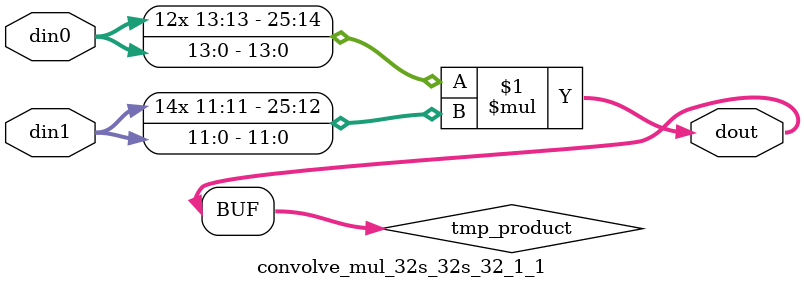
<source format=v>

`timescale 1 ns / 1 ps

  module convolve_mul_32s_32s_32_1_1(din0, din1, dout);
parameter ID = 1;
parameter NUM_STAGE = 0;
parameter din0_WIDTH = 14;
parameter din1_WIDTH = 12;
parameter dout_WIDTH = 26;

input [din0_WIDTH - 1 : 0] din0; 
input [din1_WIDTH - 1 : 0] din1; 
output [dout_WIDTH - 1 : 0] dout;

wire signed [dout_WIDTH - 1 : 0] tmp_product;













assign tmp_product = $signed(din0) * $signed(din1);








assign dout = tmp_product;







endmodule

</source>
